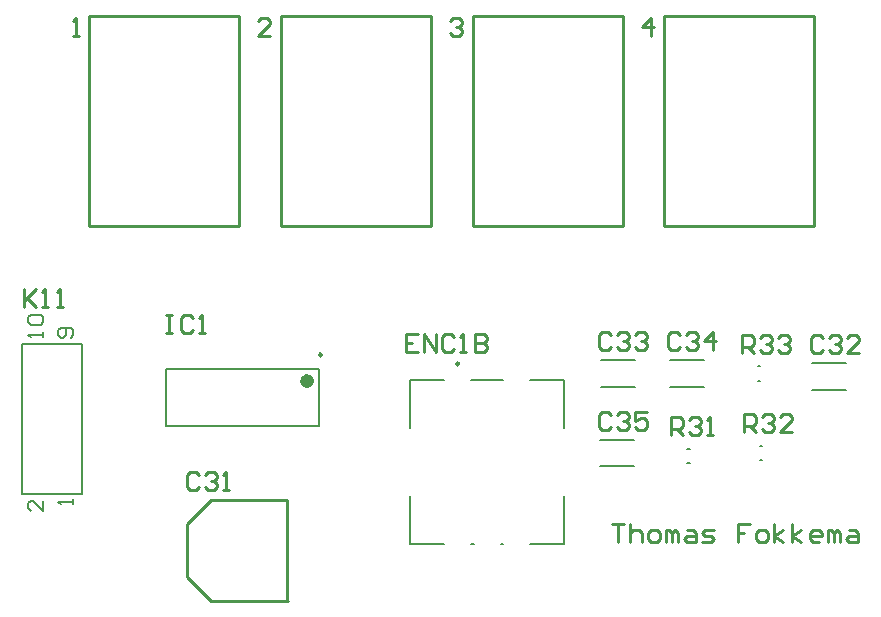
<source format=gto>
G04*
G04 #@! TF.GenerationSoftware,Altium Limited,Altium Designer,23.4.1 (23)*
G04*
G04 Layer_Color=65535*
%FSLAX44Y44*%
%MOMM*%
G71*
G04*
G04 #@! TF.SameCoordinates,F24B36E9-0D30-401B-9849-1351ABCE0AFF*
G04*
G04*
G04 #@! TF.FilePolarity,Positive*
G04*
G01*
G75*
%ADD10C,0.2500*%
%ADD11C,0.6000*%
%ADD12C,0.2540*%
%ADD13C,0.2000*%
%ADD14C,0.2032*%
D10*
X1095600Y893500D02*
G03*
X1095600Y893500I-1250J0D01*
G01*
X1211960Y885890D02*
G03*
X1211960Y885890I-1250J0D01*
G01*
D11*
X1086200Y871250D02*
G03*
X1086200Y871250I-3000J0D01*
G01*
D12*
X1487424Y1002284D02*
X1512824D01*
Y1180084D01*
X1487424D02*
X1512824D01*
X1385824Y1002284D02*
Y1167384D01*
Y1002284D02*
X1487424D01*
X1385824Y1180084D02*
X1487424D01*
X1385824Y1167384D02*
Y1180084D01*
X1325118Y1002284D02*
X1350518D01*
Y1180084D01*
X1325118D02*
X1350518D01*
X1223518Y1002284D02*
Y1167384D01*
Y1002284D02*
X1325118D01*
X1223518Y1180084D02*
X1325118D01*
X1223518Y1167384D02*
Y1180084D01*
X1162558Y1002284D02*
X1187958D01*
Y1180084D01*
X1162558D02*
X1187958D01*
X1060958Y1002284D02*
Y1167384D01*
Y1002284D02*
X1162558D01*
X1060958Y1180084D02*
X1162558D01*
X1060958Y1167384D02*
Y1180084D01*
X1000252Y1002284D02*
X1025652D01*
Y1180084D01*
X1000252D02*
X1025652D01*
X898652Y1002284D02*
Y1167384D01*
Y1002284D02*
X1000252D01*
X898652Y1180084D02*
X1000252D01*
X898652Y1167384D02*
Y1180084D01*
X981600Y705440D02*
X1001830Y685210D01*
X981600Y705440D02*
Y727710D01*
Y749890D01*
X1001920Y770210D01*
X1066600D01*
Y685300D02*
Y770210D01*
X1001830Y685210D02*
X1066690D01*
X1341120Y750565D02*
X1351277D01*
X1346198D01*
Y735330D01*
X1356355Y750565D02*
Y735330D01*
Y742947D01*
X1358894Y745487D01*
X1363973D01*
X1366512Y742947D01*
Y735330D01*
X1374129D02*
X1379208D01*
X1381747Y737869D01*
Y742947D01*
X1379208Y745487D01*
X1374129D01*
X1371590Y742947D01*
Y737869D01*
X1374129Y735330D01*
X1386825D02*
Y745487D01*
X1389364D01*
X1391904Y742947D01*
Y735330D01*
Y742947D01*
X1394443Y745487D01*
X1396982Y742947D01*
Y735330D01*
X1404599Y745487D02*
X1409678D01*
X1412217Y742947D01*
Y735330D01*
X1404599D01*
X1402060Y737869D01*
X1404599Y740408D01*
X1412217D01*
X1417295Y735330D02*
X1424913D01*
X1427452Y737869D01*
X1424913Y740408D01*
X1419834D01*
X1417295Y742947D01*
X1419834Y745487D01*
X1427452D01*
X1457922Y750565D02*
X1447766D01*
Y742947D01*
X1452844D01*
X1447766D01*
Y735330D01*
X1465540D02*
X1470618D01*
X1473157Y737869D01*
Y742947D01*
X1470618Y745487D01*
X1465540D01*
X1463001Y742947D01*
Y737869D01*
X1465540Y735330D01*
X1478236D02*
Y750565D01*
Y740408D02*
X1485853Y745487D01*
X1478236Y740408D02*
X1485853Y735330D01*
X1493471D02*
Y750565D01*
Y740408D02*
X1501088Y745487D01*
X1493471Y740408D02*
X1501088Y735330D01*
X1516323D02*
X1511245D01*
X1508706Y737869D01*
Y742947D01*
X1511245Y745487D01*
X1516323D01*
X1518862Y742947D01*
Y740408D01*
X1508706D01*
X1523941Y735330D02*
Y745487D01*
X1526480D01*
X1529019Y742947D01*
Y735330D01*
Y742947D01*
X1531558Y745487D01*
X1534098Y742947D01*
Y735330D01*
X1541715Y745487D02*
X1546794D01*
X1549333Y742947D01*
Y735330D01*
X1541715D01*
X1539176Y737869D01*
X1541715Y740408D01*
X1549333D01*
X1374391Y1163574D02*
Y1178809D01*
X1366774Y1171191D01*
X1376931D01*
X1204468Y1176270D02*
X1207007Y1178809D01*
X1212085D01*
X1214625Y1176270D01*
Y1173731D01*
X1212085Y1171191D01*
X1209546D01*
X1212085D01*
X1214625Y1168652D01*
Y1166113D01*
X1212085Y1163574D01*
X1207007D01*
X1204468Y1166113D01*
X1052065Y1163574D02*
X1041908D01*
X1052065Y1173731D01*
Y1176270D01*
X1049526Y1178809D01*
X1044447D01*
X1041908Y1176270D01*
X884682Y1163574D02*
X889760D01*
X887221D01*
Y1178809D01*
X884682Y1176270D01*
X1451356Y895350D02*
Y910585D01*
X1458974D01*
X1461513Y908046D01*
Y902968D01*
X1458974Y900428D01*
X1451356D01*
X1456434D02*
X1461513Y895350D01*
X1466591Y908046D02*
X1469130Y910585D01*
X1474209D01*
X1476748Y908046D01*
Y905507D01*
X1474209Y902968D01*
X1471669D01*
X1474209D01*
X1476748Y900428D01*
Y897889D01*
X1474209Y895350D01*
X1469130D01*
X1466591Y897889D01*
X1481826Y908046D02*
X1484365Y910585D01*
X1489444D01*
X1491983Y908046D01*
Y905507D01*
X1489444Y902968D01*
X1486904D01*
X1489444D01*
X1491983Y900428D01*
Y897889D01*
X1489444Y895350D01*
X1484365D01*
X1481826Y897889D01*
X1453134Y828040D02*
Y843275D01*
X1460751D01*
X1463291Y840736D01*
Y835658D01*
X1460751Y833118D01*
X1453134D01*
X1458212D02*
X1463291Y828040D01*
X1468369Y840736D02*
X1470908Y843275D01*
X1475987D01*
X1478526Y840736D01*
Y838197D01*
X1475987Y835658D01*
X1473447D01*
X1475987D01*
X1478526Y833118D01*
Y830579D01*
X1475987Y828040D01*
X1470908D01*
X1468369Y830579D01*
X1493761Y828040D02*
X1483604D01*
X1493761Y838197D01*
Y840736D01*
X1491222Y843275D01*
X1486143D01*
X1483604Y840736D01*
X1391666Y825500D02*
Y840735D01*
X1399283D01*
X1401823Y838196D01*
Y833118D01*
X1399283Y830578D01*
X1391666D01*
X1396744D02*
X1401823Y825500D01*
X1406901Y838196D02*
X1409440Y840735D01*
X1414519D01*
X1417058Y838196D01*
Y835657D01*
X1414519Y833118D01*
X1411979D01*
X1414519D01*
X1417058Y830578D01*
Y828039D01*
X1414519Y825500D01*
X1409440D01*
X1406901Y828039D01*
X1422136Y825500D02*
X1427215D01*
X1424675D01*
Y840735D01*
X1422136Y838196D01*
X843534Y949447D02*
Y934212D01*
Y939290D01*
X853691Y949447D01*
X846073Y941830D01*
X853691Y934212D01*
X858769D02*
X863847D01*
X861308D01*
Y949447D01*
X858769Y946908D01*
X871465Y934212D02*
X876543D01*
X874004D01*
Y949447D01*
X871465Y946908D01*
X963930Y927349D02*
X969008D01*
X966469D01*
Y912114D01*
X963930D01*
X969008D01*
X986783Y924810D02*
X984243Y927349D01*
X979165D01*
X976626Y924810D01*
Y914653D01*
X979165Y912114D01*
X984243D01*
X986783Y914653D01*
X991861Y912114D02*
X996939D01*
X994400D01*
Y927349D01*
X991861Y924810D01*
X1177287Y911347D02*
X1167130D01*
Y896112D01*
X1177287D01*
X1167130Y903729D02*
X1172208D01*
X1182365Y896112D02*
Y911347D01*
X1192522Y896112D01*
Y911347D01*
X1207757Y908808D02*
X1205218Y911347D01*
X1200139D01*
X1197600Y908808D01*
Y898651D01*
X1200139Y896112D01*
X1205218D01*
X1207757Y898651D01*
X1212835Y896112D02*
X1217914D01*
X1215374D01*
Y911347D01*
X1212835Y908808D01*
X1225531Y911347D02*
Y896112D01*
X1233149D01*
X1235688Y898651D01*
Y901190D01*
X1233149Y903729D01*
X1225531D01*
X1233149D01*
X1235688Y906269D01*
Y908808D01*
X1233149Y911347D01*
X1225531D01*
X1340355Y842768D02*
X1337816Y845307D01*
X1332737D01*
X1330198Y842768D01*
Y832611D01*
X1332737Y830072D01*
X1337816D01*
X1340355Y832611D01*
X1345433Y842768D02*
X1347972Y845307D01*
X1353051D01*
X1355590Y842768D01*
Y840229D01*
X1353051Y837690D01*
X1350511D01*
X1353051D01*
X1355590Y835150D01*
Y832611D01*
X1353051Y830072D01*
X1347972D01*
X1345433Y832611D01*
X1370825Y845307D02*
X1360668D01*
Y837690D01*
X1365746Y840229D01*
X1368286D01*
X1370825Y837690D01*
Y832611D01*
X1368286Y830072D01*
X1363207D01*
X1360668Y832611D01*
X1399283Y910078D02*
X1396743Y912617D01*
X1391665D01*
X1389126Y910078D01*
Y899921D01*
X1391665Y897382D01*
X1396743D01*
X1399283Y899921D01*
X1404361Y910078D02*
X1406900Y912617D01*
X1411979D01*
X1414518Y910078D01*
Y907539D01*
X1411979Y904999D01*
X1409439D01*
X1411979D01*
X1414518Y902460D01*
Y899921D01*
X1411979Y897382D01*
X1406900D01*
X1404361Y899921D01*
X1427214Y897382D02*
Y912617D01*
X1419596Y904999D01*
X1429753D01*
X1340863Y910078D02*
X1338324Y912617D01*
X1333245D01*
X1330706Y910078D01*
Y899921D01*
X1333245Y897382D01*
X1338324D01*
X1340863Y899921D01*
X1345941Y910078D02*
X1348480Y912617D01*
X1353559D01*
X1356098Y910078D01*
Y907539D01*
X1353559Y904999D01*
X1351019D01*
X1353559D01*
X1356098Y902460D01*
Y899921D01*
X1353559Y897382D01*
X1348480D01*
X1345941Y899921D01*
X1361176Y910078D02*
X1363715Y912617D01*
X1368794D01*
X1371333Y910078D01*
Y907539D01*
X1368794Y904999D01*
X1366254D01*
X1368794D01*
X1371333Y902460D01*
Y899921D01*
X1368794Y897382D01*
X1363715D01*
X1361176Y899921D01*
X1519933Y907538D02*
X1517393Y910077D01*
X1512315D01*
X1509776Y907538D01*
Y897381D01*
X1512315Y894842D01*
X1517393D01*
X1519933Y897381D01*
X1525011Y907538D02*
X1527550Y910077D01*
X1532629D01*
X1535168Y907538D01*
Y904999D01*
X1532629Y902459D01*
X1530089D01*
X1532629D01*
X1535168Y899920D01*
Y897381D01*
X1532629Y894842D01*
X1527550D01*
X1525011Y897381D01*
X1550403Y894842D02*
X1540246D01*
X1550403Y904999D01*
Y907538D01*
X1547864Y910077D01*
X1542785D01*
X1540246Y907538D01*
X991359Y791714D02*
X988820Y794253D01*
X983741D01*
X981202Y791714D01*
Y781557D01*
X983741Y779018D01*
X988820D01*
X991359Y781557D01*
X996437Y791714D02*
X998976Y794253D01*
X1004055D01*
X1006594Y791714D01*
Y789175D01*
X1004055Y786636D01*
X1001515D01*
X1004055D01*
X1006594Y784096D01*
Y781557D01*
X1004055Y779018D01*
X998976D01*
X996437Y781557D01*
X1011672Y779018D02*
X1016750D01*
X1014211D01*
Y794253D01*
X1011672Y791714D01*
D13*
X1510739Y886311D02*
X1539801D01*
X1510739Y863749D02*
X1539801D01*
X1464940Y883820D02*
X1466940D01*
X1464940Y871320D02*
X1466940D01*
X1466760Y804010D02*
X1468760D01*
X1466760Y816510D02*
X1468760D01*
X1405250Y801470D02*
X1407250D01*
X1405250Y813970D02*
X1407250D01*
X1331282Y798979D02*
X1360343D01*
X1331282Y821541D02*
X1360343D01*
X1390089Y866289D02*
X1419151D01*
X1390089Y888851D02*
X1419151D01*
X1331669Y866289D02*
X1360731D01*
X1331669Y888851D02*
X1360731D01*
X964200Y881250D02*
X1093200D01*
X964200Y833250D02*
X1093200D01*
Y881250D01*
X964200Y833250D02*
Y881250D01*
X842010Y902970D02*
X892810D01*
X842010Y775970D02*
X892810D01*
X842010D02*
Y902970D01*
X892810Y775970D02*
Y902970D01*
X1170710Y831390D02*
Y872140D01*
Y733140D02*
Y773890D01*
X1272210Y733140D02*
X1300710D01*
X1247210D02*
X1249210D01*
X1222210D02*
X1224210D01*
X1170710D02*
X1199210D01*
X1300710Y831390D02*
Y872140D01*
Y733140D02*
Y773890D01*
X1272210Y872140D02*
X1300710D01*
X1222210D02*
X1249210D01*
X1170710D02*
X1199210D01*
D14*
X859790Y769956D02*
Y761492D01*
X851326Y769956D01*
X849210D01*
X847094Y767840D01*
Y763608D01*
X849210Y761492D01*
X885190Y767080D02*
Y771312D01*
Y769196D01*
X872494D01*
X874610Y767080D01*
X883074Y908050D02*
X885190Y910166D01*
Y914398D01*
X883074Y916514D01*
X874610D01*
X872494Y914398D01*
Y910166D01*
X874610Y908050D01*
X876726D01*
X878842Y910166D01*
Y916514D01*
X859790Y908304D02*
Y912536D01*
Y910420D01*
X847094D01*
X849210Y908304D01*
Y918884D02*
X847094Y921000D01*
Y925232D01*
X849210Y927348D01*
X857674D01*
X859790Y925232D01*
Y921000D01*
X857674Y918884D01*
X849210D01*
M02*

</source>
